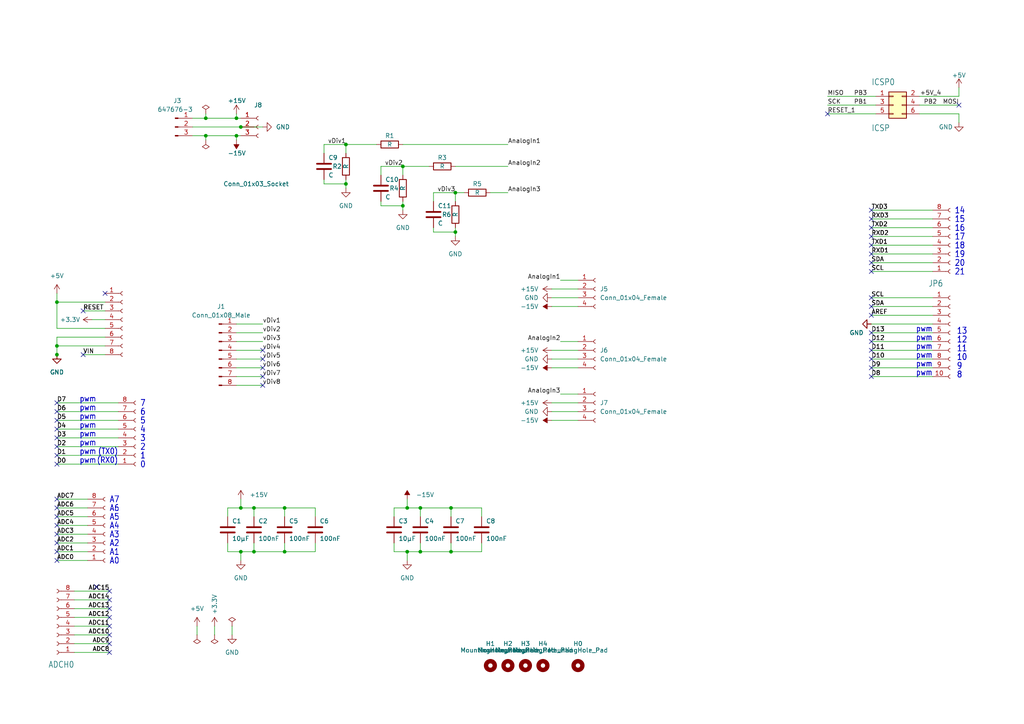
<source format=kicad_sch>
(kicad_sch (version 20230121) (generator eeschema)
  (paper "A4")
  (lib_symbols
    (symbol "Connector:Conn_01x03_Male" (pin_names (offset 1.016) hide)
      (property "Reference" "J" (at 0 5.08 0))
      (property "Value" "Conn_01x03_Male" (at 0 -5.08 0))
      (symbol "Conn_01x03_Male_1_1"
        (pin passive line (at 5.08 2.54 180) (length 3.81) (name "Pin_1") (number "1"))
        (pin passive line (at 5.08 0 180) (length 3.81) (name "Pin_2") (number "2"))
        (pin passive line (at 5.08 -2.54 180) (length 3.81) (name "Pin_3") (number "3"))
      )
    )
    (symbol "Connector:Conn_01x03_Socket" (pin_names (offset 1.016) hide)
      (property "Reference" "J" (at 0 5.08 0))
      (property "Value" "Conn_01x03_Socket" (at 0 -5.08 0))
      (symbol "Conn_01x03_Socket_1_1"
        (pin passive line (at -5.08 2.54 0) (length 3.81) (name "Pin_1") (number "1"))
        (pin passive line (at -5.08 0 0) (length 3.81) (name "Pin_2") (number "2"))
        (pin passive line (at -5.08 -2.54 0) (length 3.81) (name "Pin_3") (number "3"))
      )
    )
    (symbol "Connector:Conn_01x04_Female" (pin_names (offset 1.016) hide)
      (property "Reference" "J" (at 0 5.08 0))
      (property "Value" "Conn_01x04_Female" (at 0 -7.62 0))
      (symbol "Conn_01x04_Female_1_1"
        (pin passive line (at -5.08 2.54 0) (length 3.81) (name "Pin_1") (number "1"))
        (pin passive line (at -5.08 0 0) (length 3.81) (name "Pin_2") (number "2"))
        (pin passive line (at -5.08 -2.54 0) (length 3.81) (name "Pin_3") (number "3"))
        (pin passive line (at -5.08 -5.08 0) (length 3.81) (name "Pin_4") (number "4"))
      )
    )
    (symbol "Connector:Conn_01x08_Female" (pin_names (offset 1.016) hide)
      (property "Reference" "J" (at 0 10.16 0))
      (property "Value" "Conn_01x08_Female" (at 0 -12.7 0))
      (symbol "Conn_01x08_Female_1_1"
        (pin passive line (at -5.08 7.62 0) (length 3.81) (name "Pin_1") (number "1"))
        (pin passive line (at -5.08 5.08 0) (length 3.81) (name "Pin_2") (number "2"))
        (pin passive line (at -5.08 2.54 0) (length 3.81) (name "Pin_3") (number "3"))
        (pin passive line (at -5.08 0 0) (length 3.81) (name "Pin_4") (number "4"))
        (pin passive line (at -5.08 -2.54 0) (length 3.81) (name "Pin_5") (number "5"))
        (pin passive line (at -5.08 -5.08 0) (length 3.81) (name "Pin_6") (number "6"))
        (pin passive line (at -5.08 -7.62 0) (length 3.81) (name "Pin_7") (number "7"))
        (pin passive line (at -5.08 -10.16 0) (length 3.81) (name "Pin_8") (number "8"))
      )
    )
    (symbol "Connector:Conn_01x08_Male" (pin_names (offset 1.016) hide)
      (property "Reference" "J" (at 0 10.16 0))
      (property "Value" "Conn_01x08_Male" (at 0 -12.7 0))
      (symbol "Conn_01x08_Male_1_1"
        (pin passive line (at 5.08 7.62 180) (length 3.81) (name "Pin_1") (number "1"))
        (pin passive line (at 5.08 5.08 180) (length 3.81) (name "Pin_2") (number "2"))
        (pin passive line (at 5.08 2.54 180) (length 3.81) (name "Pin_3") (number "3"))
        (pin passive line (at 5.08 0 180) (length 3.81) (name "Pin_4") (number "4"))
        (pin passive line (at 5.08 -2.54 180) (length 3.81) (name "Pin_5") (number "5"))
        (pin passive line (at 5.08 -5.08 180) (length 3.81) (name "Pin_6") (number "6"))
        (pin passive line (at 5.08 -7.62 180) (length 3.81) (name "Pin_7") (number "7"))
        (pin passive line (at 5.08 -10.16 180) (length 3.81) (name "Pin_8") (number "8"))
      )
    )
    (symbol "Connector:Conn_01x10_Female" (pin_names (offset 1.016) hide)
      (property "Reference" "J" (at 0 12.7 0))
      (property "Value" "Conn_01x10_Female" (at 0 -15.24 0))
      (symbol "Conn_01x10_Female_1_1"
        (pin passive line (at -5.08 10.16 0) (length 3.81) (name "Pin_1") (number "1"))
        (pin passive line (at -5.08 -12.7 0) (length 3.81) (name "Pin_10") (number "10"))
        (pin passive line (at -5.08 7.62 0) (length 3.81) (name "Pin_2") (number "2"))
        (pin passive line (at -5.08 5.08 0) (length 3.81) (name "Pin_3") (number "3"))
        (pin passive line (at -5.08 2.54 0) (length 3.81) (name "Pin_4") (number "4"))
        (pin passive line (at -5.08 0 0) (length 3.81) (name "Pin_5") (number "5"))
        (pin passive line (at -5.08 -2.54 0) (length 3.81) (name "Pin_6") (number "6"))
        (pin passive line (at -5.08 -5.08 0) (length 3.81) (name "Pin_7") (number "7"))
        (pin passive line (at -5.08 -7.62 0) (length 3.81) (name "Pin_8") (number "8"))
        (pin passive line (at -5.08 -10.16 0) (length 3.81) (name "Pin_9") (number "9"))
      )
    )
    (symbol "Connector_Generic:Conn_02x03_Odd_Even" (pin_names (offset 1.016) hide)
      (property "Reference" "J" (at 1.27 5.08 0))
      (property "Value" "Conn_02x03_Odd_Even" (at 1.27 -5.08 0))
      (symbol "Conn_02x03_Odd_Even_1_1"
        (pin passive line (at -5.08 2.54 0) (length 3.81) (name "Pin_1") (number "1"))
        (pin passive line (at 7.62 2.54 180) (length 3.81) (name "Pin_2") (number "2"))
        (pin passive line (at -5.08 0 0) (length 3.81) (name "Pin_3") (number "3"))
        (pin passive line (at 7.62 0 180) (length 3.81) (name "Pin_4") (number "4"))
        (pin passive line (at -5.08 -2.54 0) (length 3.81) (name "Pin_5") (number "5"))
        (pin passive line (at 7.62 -2.54 180) (length 3.81) (name "Pin_6") (number "6"))
      )
    )
    (symbol "Device:C" (pin_numbers hide) (pin_names (offset 0.254))
      (property "Reference" "C" (at 0.635 2.54 0))
      (property "Value" "C" (at 0.635 -2.54 0))
      (symbol "C_1_1"
        (pin passive line (at 0 3.81 270) (length 2.794) (name "~") (number "1"))
        (pin passive line (at 0 -3.81 90) (length 2.794) (name "~") (number "2"))
      )
    )
    (symbol "Device:R" (pin_numbers hide) (pin_names (offset 0))
      (property "Reference" "R" (at 2.032 0 90))
      (property "Value" "R" (at 0 0 90))
      (symbol "R_1_1"
        (pin passive line (at 0 3.81 270) (length 1.27) (name "~") (number "1"))
        (pin passive line (at 0 -3.81 90) (length 1.27) (name "~") (number "2"))
      )
    )
    (symbol "Mechanical:MountingHole" (pin_names (offset 1.016))
      (property "Reference" "H" (at 0 5.08 0))
      (property "Value" "MountingHole" (at 0 3.175 0))
    )
    (symbol "power:+15V" (power) (pin_names (offset 0))
      (property "Value" "+15V" (at 0 3.556 0))
      (symbol "+15V_1_1"
        (pin power_in line (at 0 0 90) (length 0) hide (name "+15V") (number "1"))
      )
    )
    (symbol "power:+3.3V" (power) (pin_names (offset 0))
      (property "Value" "+3.3V" (at 0 3.556 0))
      (symbol "+3.3V_1_1"
        (pin power_in line (at 0 0 90) (length 0) hide (name "+3.3V") (number "1"))
      )
    )
    (symbol "power:+5V" (power) (pin_names (offset 0))
      (property "Value" "+5V" (at 0 3.556 0))
      (symbol "+5V_1_1"
        (pin power_in line (at 0 0 90) (length 0) hide (name "+5V") (number "1"))
      )
    )
    (symbol "power:-15V" (power) (pin_names (offset 0))
      (property "Value" "-15V" (at 0 3.81 0))
      (symbol "-15V_0_0"
        (pin power_in line (at 0 0 90) (length 0) hide (name "-15V") (number "1"))
      )
    )
    (symbol "power:GND" (power) (pin_names (offset 0))
      (property "Value" "GND" (at 0 -3.81 0))
      (symbol "GND_1_1"
        (pin power_in line (at 0 0 270) (length 0) hide (name "GND") (number "1"))
      )
    )
    (symbol "power:PWR_FLAG" (power) (pin_numbers hide) (pin_names (offset 0) hide)
      (property "Value" "PWR_FLAG" (at 0 3.81 0))
      (symbol "PWR_FLAG_0_0"
        (pin power_out line (at 0 0 90) (length 0) (name "pwr") (number "1"))
      )
    )
  )
  (junction (at 73.66 147.32))
  (junction (at 132.08 55.88))
  (junction (at 121.92 160.02))
  (junction (at 121.92 147.32))
  (junction (at 59.69 39.37))
  (junction (at 118.11 147.32))
  (junction (at 16.51 102.87))
  (junction (at 132.08 67.31))
  (junction (at 69.85 160.02))
  (junction (at 100.33 41.91))
  (junction (at 69.85 147.32))
  (junction (at 73.66 160.02))
  (junction (at 116.84 48.26))
  (junction (at 68.58 34.29))
  (junction (at 130.81 160.02))
  (junction (at 116.84 59.69))
  (junction (at 16.51 87.63))
  (junction (at 118.11 160.02))
  (junction (at 59.69 34.29))
  (junction (at 100.33 53.34))
  (junction (at 16.51 100.33))
  (junction (at 69.85 36.83))
  (junction (at 82.55 147.32))
  (junction (at 130.81 147.32))
  (junction (at 82.55 160.02))
  (junction (at 68.58 39.37))
  (no_connect (at 252.73 66.04))
  (no_connect (at 27.94 170.18))
  (no_connect (at 252.73 104.14))
  (no_connect (at 252.73 88.9))
  (no_connect (at 252.73 76.2))
  (no_connect (at 252.73 106.68))
  (no_connect (at 252.73 91.44))
  (no_connect (at 76.2 104.14))
  (no_connect (at 76.2 101.6))
  (no_connect (at 252.73 109.22))
  (no_connect (at 16.51 154.94))
  (no_connect (at 16.51 147.32))
  (no_connect (at 16.51 157.48))
  (no_connect (at 240.03 33.02))
  (no_connect (at 16.51 127))
  (no_connect (at 16.51 160.02))
  (no_connect (at 252.73 71.12))
  (no_connect (at 24.13 102.87))
  (no_connect (at 252.73 101.6))
  (no_connect (at 31.75 181.61))
  (no_connect (at 24.13 90.17))
  (no_connect (at 76.2 106.68))
  (no_connect (at 16.51 144.78))
  (no_connect (at 252.73 78.74))
  (no_connect (at 31.75 184.15))
  (no_connect (at 252.73 60.96))
  (no_connect (at 252.73 73.66))
  (no_connect (at 31.75 171.45))
  (no_connect (at 16.51 121.92))
  (no_connect (at 31.75 186.69))
  (no_connect (at 252.73 68.58))
  (no_connect (at 16.51 149.86))
  (no_connect (at 31.75 173.99))
  (no_connect (at 16.51 152.4))
  (no_connect (at 31.75 176.53))
  (no_connect (at 76.2 109.22))
  (no_connect (at 252.73 96.52))
  (no_connect (at 30.48 85.09))
  (no_connect (at 252.73 99.06))
  (no_connect (at 16.51 116.84))
  (no_connect (at 252.73 86.36))
  (no_connect (at 16.51 124.46))
  (no_connect (at 16.51 119.38))
  (no_connect (at 16.51 134.62))
  (no_connect (at 16.51 132.08))
  (no_connect (at 252.73 63.5))
  (no_connect (at 31.75 179.07))
  (no_connect (at 31.75 189.23))
  (no_connect (at 16.51 162.56))
  (no_connect (at 16.51 129.54))
  (no_connect (at 278.13 30.48))
  (no_connect (at 76.2 111.76))
  (wire (pts (xy 167.64 106.68) (xy 160.02 106.68)))
  (wire (pts (xy 254 33.02) (xy 240.03 33.02)))
  (wire (pts (xy 73.66 147.32) (xy 73.66 149.86)))
  (wire (pts (xy 270.51 71.12) (xy 252.73 71.12)))
  (wire (pts (xy 167.64 116.84) (xy 160.02 116.84)))
  (wire (pts (xy 31.75 181.61) (xy 21.59 181.61)))
  (wire (pts (xy 121.92 160.02) (xy 121.92 157.48)))
  (wire (pts (xy 82.55 147.32) (xy 91.44 147.32)))
  (wire (pts (xy 82.55 160.02) (xy 82.55 157.48)))
  (wire (pts (xy 25.4 162.56) (xy 16.51 162.56)))
  (wire (pts (xy 69.85 144.78) (xy 69.85 147.32)))
  (wire (pts (xy 252.73 88.9) (xy 270.51 88.9)))
  (wire (pts (xy 125.73 66.04) (xy 125.73 67.31)))
  (wire (pts (xy 34.29 127) (xy 16.51 127)))
  (wire (pts (xy 25.4 152.4) (xy 16.51 152.4)))
  (wire (pts (xy 30.48 95.25) (xy 16.51 95.25)))
  (wire (pts (xy 25.4 157.48) (xy 16.51 157.48)))
  (wire (pts (xy 68.58 104.14) (xy 76.2 104.14)))
  (wire (pts (xy 114.3 157.48) (xy 114.3 160.02)))
  (wire (pts (xy 34.29 132.08) (xy 16.51 132.08)))
  (wire (pts (xy 132.08 48.26) (xy 147.32 48.26)))
  (wire (pts (xy 16.51 149.86) (xy 25.4 149.86)))
  (wire (pts (xy 68.58 39.37) (xy 68.58 40.64)))
  (wire (pts (xy 125.73 67.31) (xy 132.08 67.31)))
  (wire (pts (xy 130.81 147.32) (xy 139.7 147.32)))
  (wire (pts (xy 100.33 41.91) (xy 109.22 41.91)))
  (wire (pts (xy 68.58 101.6) (xy 76.2 101.6)))
  (wire (pts (xy 252.73 101.6) (xy 270.51 101.6)))
  (wire (pts (xy 57.15 184.15) (xy 57.15 181.61)))
  (wire (pts (xy 167.64 101.6) (xy 160.02 101.6)))
  (wire (pts (xy 16.51 87.63) (xy 16.51 85.09)))
  (wire (pts (xy 59.69 39.37) (xy 68.58 39.37)))
  (wire (pts (xy 270.51 60.96) (xy 252.73 60.96)))
  (wire (pts (xy 110.49 58.42) (xy 110.49 59.69)))
  (wire (pts (xy 34.29 134.62) (xy 16.51 134.62)))
  (wire (pts (xy 93.98 52.07) (xy 93.98 53.34)))
  (wire (pts (xy 252.73 96.52) (xy 270.51 96.52)))
  (wire (pts (xy 93.98 41.91) (xy 100.33 41.91)))
  (wire (pts (xy 167.64 99.06) (xy 162.56 99.06)))
  (wire (pts (xy 270.51 109.22) (xy 252.73 109.22)))
  (wire (pts (xy 132.08 67.31) (xy 132.08 68.58)))
  (wire (pts (xy 240.03 27.94) (xy 254 27.94)))
  (wire (pts (xy 116.84 58.42) (xy 116.84 59.69)))
  (wire (pts (xy 16.51 147.32) (xy 25.4 147.32)))
  (wire (pts (xy 100.33 54.61) (xy 100.33 53.34)))
  (wire (pts (xy 82.55 160.02) (xy 91.44 160.02)))
  (wire (pts (xy 21.59 179.07) (xy 31.75 179.07)))
  (wire (pts (xy 114.3 149.86) (xy 114.3 147.32)))
  (wire (pts (xy 30.48 100.33) (xy 16.51 100.33)))
  (wire (pts (xy 55.88 36.83) (xy 69.85 36.83)))
  (wire (pts (xy 116.84 50.8) (xy 116.84 48.26)))
  (wire (pts (xy 132.08 55.88) (xy 134.62 55.88)))
  (wire (pts (xy 252.73 99.06) (xy 270.51 99.06)))
  (wire (pts (xy 116.84 41.91) (xy 147.32 41.91)))
  (wire (pts (xy 69.85 160.02) (xy 69.85 162.56)))
  (wire (pts (xy 73.66 160.02) (xy 73.66 157.48)))
  (wire (pts (xy 68.58 106.68) (xy 76.2 106.68)))
  (wire (pts (xy 118.11 160.02) (xy 121.92 160.02)))
  (wire (pts (xy 270.51 73.66) (xy 252.73 73.66)))
  (wire (pts (xy 125.73 55.88) (xy 132.08 55.88)))
  (wire (pts (xy 25.4 144.78) (xy 16.51 144.78)))
  (wire (pts (xy 167.64 104.14) (xy 160.02 104.14)))
  (wire (pts (xy 16.51 87.63) (xy 16.51 95.25)))
  (wire (pts (xy 68.58 109.22) (xy 76.2 109.22)))
  (wire (pts (xy 270.51 78.74) (xy 252.73 78.74)))
  (wire (pts (xy 21.59 184.15) (xy 31.75 184.15)))
  (wire (pts (xy 93.98 44.45) (xy 93.98 41.91)))
  (wire (pts (xy 142.24 55.88) (xy 147.32 55.88)))
  (wire (pts (xy 130.81 160.02) (xy 130.81 157.48)))
  (wire (pts (xy 16.51 97.79) (xy 16.51 100.33)))
  (wire (pts (xy 252.73 63.5) (xy 270.51 63.5)))
  (wire (pts (xy 254 30.48) (xy 240.03 30.48)))
  (wire (pts (xy 270.51 76.2) (xy 252.73 76.2)))
  (wire (pts (xy 69.85 34.29) (xy 68.58 34.29)))
  (wire (pts (xy 68.58 96.52) (xy 76.2 96.52)))
  (wire (pts (xy 114.3 147.32) (xy 118.11 147.32)))
  (wire (pts (xy 132.08 66.04) (xy 132.08 67.31)))
  (wire (pts (xy 167.64 121.92) (xy 160.02 121.92)))
  (wire (pts (xy 62.23 184.15) (xy 62.23 181.61)))
  (wire (pts (xy 34.29 119.38) (xy 16.51 119.38)))
  (wire (pts (xy 66.04 149.86) (xy 66.04 147.32)))
  (wire (pts (xy 68.58 93.98) (xy 76.2 93.98)))
  (wire (pts (xy 100.33 52.07) (xy 100.33 53.34)))
  (wire (pts (xy 139.7 147.32) (xy 139.7 149.86)))
  (wire (pts (xy 16.51 100.33) (xy 16.51 102.87)))
  (wire (pts (xy 125.73 58.42) (xy 125.73 55.88)))
  (wire (pts (xy 110.49 50.8) (xy 110.49 48.26)))
  (wire (pts (xy 167.64 114.3) (xy 162.56 114.3)))
  (wire (pts (xy 278.13 35.56) (xy 278.13 33.02)))
  (wire (pts (xy 66.04 160.02) (xy 69.85 160.02)))
  (wire (pts (xy 66.04 147.32) (xy 69.85 147.32)))
  (wire (pts (xy 110.49 48.26) (xy 116.84 48.26)))
  (wire (pts (xy 93.98 53.34) (xy 100.33 53.34)))
  (wire (pts (xy 55.88 39.37) (xy 59.69 39.37)))
  (wire (pts (xy 59.69 33.02) (xy 59.69 34.29)))
  (wire (pts (xy 118.11 144.78) (xy 118.11 147.32)))
  (wire (pts (xy 82.55 147.32) (xy 82.55 149.86)))
  (wire (pts (xy 270.51 93.98) (xy 252.73 93.98)))
  (wire (pts (xy 118.11 160.02) (xy 118.11 162.56)))
  (wire (pts (xy 100.33 44.45) (xy 100.33 41.91)))
  (wire (pts (xy 278.13 25.4) (xy 278.13 27.94)))
  (wire (pts (xy 68.58 111.76) (xy 76.2 111.76)))
  (wire (pts (xy 114.3 160.02) (xy 118.11 160.02)))
  (wire (pts (xy 69.85 36.83) (xy 76.2 36.83)))
  (wire (pts (xy 167.64 88.9) (xy 160.02 88.9)))
  (wire (pts (xy 252.73 106.68) (xy 270.51 106.68)))
  (wire (pts (xy 30.48 97.79) (xy 16.51 97.79)))
  (wire (pts (xy 31.75 186.69) (xy 21.59 186.69)))
  (wire (pts (xy 21.59 171.45) (xy 31.75 171.45)))
  (wire (pts (xy 130.81 160.02) (xy 139.7 160.02)))
  (wire (pts (xy 121.92 147.32) (xy 121.92 149.86)))
  (wire (pts (xy 16.51 160.02) (xy 25.4 160.02)))
  (wire (pts (xy 68.58 33.02) (xy 68.58 34.29)))
  (wire (pts (xy 139.7 160.02) (xy 139.7 157.48)))
  (wire (pts (xy 121.92 147.32) (xy 130.81 147.32)))
  (wire (pts (xy 55.88 34.29) (xy 59.69 34.29)))
  (wire (pts (xy 31.75 176.53) (xy 21.59 176.53)))
  (wire (pts (xy 59.69 34.29) (xy 68.58 34.29)))
  (wire (pts (xy 167.64 83.82) (xy 160.02 83.82)))
  (wire (pts (xy 73.66 160.02) (xy 82.55 160.02)))
  (wire (pts (xy 34.29 121.92) (xy 16.51 121.92)))
  (wire (pts (xy 59.69 39.37) (xy 59.69 40.64)))
  (wire (pts (xy 34.29 116.84) (xy 16.51 116.84)))
  (wire (pts (xy 270.51 86.36) (xy 252.73 86.36)))
  (wire (pts (xy 130.81 147.32) (xy 130.81 149.86)))
  (wire (pts (xy 252.73 68.58) (xy 270.51 68.58)))
  (wire (pts (xy 24.13 90.17) (xy 30.48 90.17)))
  (wire (pts (xy 167.64 81.28) (xy 162.56 81.28)))
  (wire (pts (xy 73.66 147.32) (xy 82.55 147.32)))
  (wire (pts (xy 110.49 59.69) (xy 116.84 59.69)))
  (wire (pts (xy 167.64 119.38) (xy 160.02 119.38)))
  (wire (pts (xy 132.08 58.42) (xy 132.08 55.88)))
  (wire (pts (xy 67.31 181.61) (xy 67.31 184.15)))
  (wire (pts (xy 21.59 189.23) (xy 31.75 189.23)))
  (wire (pts (xy 69.85 147.32) (xy 73.66 147.32)))
  (wire (pts (xy 30.48 92.71) (xy 26.67 92.71)))
  (wire (pts (xy 266.7 30.48) (xy 278.13 30.48)))
  (wire (pts (xy 91.44 147.32) (xy 91.44 149.86)))
  (wire (pts (xy 69.85 160.02) (xy 73.66 160.02)))
  (wire (pts (xy 91.44 160.02) (xy 91.44 157.48)))
  (wire (pts (xy 16.51 154.94) (xy 25.4 154.94)))
  (wire (pts (xy 16.51 87.63) (xy 30.48 87.63)))
  (wire (pts (xy 252.73 66.04) (xy 270.51 66.04)))
  (wire (pts (xy 31.75 173.99) (xy 21.59 173.99)))
  (wire (pts (xy 116.84 48.26) (xy 124.46 48.26)))
  (wire (pts (xy 66.04 157.48) (xy 66.04 160.02)))
  (wire (pts (xy 116.84 59.69) (xy 116.84 60.96)))
  (wire (pts (xy 118.11 147.32) (xy 121.92 147.32)))
  (wire (pts (xy 34.29 124.46) (xy 16.51 124.46)))
  (wire (pts (xy 68.58 99.06) (xy 76.2 99.06)))
  (wire (pts (xy 69.85 39.37) (xy 68.58 39.37)))
  (wire (pts (xy 266.7 27.94) (xy 278.13 27.94)))
  (wire (pts (xy 167.64 86.36) (xy 160.02 86.36)))
  (wire (pts (xy 252.73 104.14) (xy 270.51 104.14)))
  (wire (pts (xy 24.13 102.87) (xy 30.48 102.87)))
  (wire (pts (xy 266.7 33.02) (xy 278.13 33.02)))
  (wire (pts (xy 270.51 91.44) (xy 252.73 91.44)))
  (wire (pts (xy 121.92 160.02) (xy 130.81 160.02)))
  (wire (pts (xy 16.51 129.54) (xy 34.29 129.54)))
  (text "A2" (at 31.75 158.75 0) (effects (font (size 1.778 1.5113)) (justify left bottom)))
  (text "A2" (at 31.75 158.75 0) (effects (font (size 1.778 1.5113)) (justify left bottom)))
  (text "A2" (at 31.75 158.75 0) (effects (font (size 1.778 1.5113)) (justify left bottom)))
  (text "pwm" (at 270.51 96.52 0) (effects (font (size 1.6764 1.4249)) (justify right bottom)))
  (text "pwm" (at 270.51 96.52 0) (effects (font (size 1.6764 1.4249)) (justify right bottom)))
  (text "pwm" (at 270.51 96.52 0) (effects (font (size 1.6764 1.4249)) (justify right bottom)))
  (text "11" (at 277.495 102.235 0) (effects (font (size 1.778 1.5113)) (justify left bottom)))
  (text "11" (at 277.495 102.235 0) (effects (font (size 1.778 1.5113)) (justify left bottom)))
  (text "11" (at 277.495 102.235 0) (effects (font (size 1.778 1.5113)) (justify left bottom)))
  (text "12" (at 277.495 99.695 0) (effects (font (size 1.778 1.5113)) (justify left bottom)))
  (text "12" (at 277.495 99.695 0) (effects (font (size 1.778 1.5113)) (justify left bottom)))
  (text "12" (at 277.495 99.695 0) (effects (font (size 1.778 1.5113)) (justify left bottom)))
  (text "8" (at 277.495 109.855 0) (effects (font (size 1.778 1.5113)) (justify left bottom)))
  (text "8" (at 277.495 109.855 0) (effects (font (size 1.778 1.5113)) (justify left bottom)))
  (text "8" (at 277.495 109.855 0) (effects (font (size 1.778 1.5113)) (justify left bottom)))
  (text "15" (at 276.86 64.77 0) (effects (font (size 1.778 1.5113)) (justify left bottom)))
  (text "15" (at 276.86 64.77 0) (effects (font (size 1.778 1.5113)) (justify left bottom)))
  (text "15" (at 276.86 64.77 0) (effects (font (size 1.778 1.5113)) (justify left bottom)))
  (text "pwm" (at 27.94 121.92 0) (effects (font (size 1.6764 1.4249)) (justify right bottom)))
  (text "pwm" (at 27.94 121.92 0) (effects (font (size 1.6764 1.4249)) (justify right bottom)))
  (text "pwm" (at 27.94 121.92 0) (effects (font (size 1.6764 1.4249)) (justify right bottom)))
  (text "2" (at 40.64 130.81 0) (effects (font (size 1.778 1.5113)) (justify left bottom)))
  (text "2" (at 40.64 130.81 0) (effects (font (size 1.778 1.5113)) (justify left bottom)))
  (text "2" (at 40.64 130.81 0) (effects (font (size 1.778 1.5113)) (justify left bottom)))
  (text "1" (at 40.64 133.35 0) (effects (font (size 1.778 1.5113)) (justify left bottom)))
  (text "1" (at 40.64 133.35 0) (effects (font (size 1.778 1.5113)) (justify left bottom)))
  (text "1" (at 40.64 133.35 0) (effects (font (size 1.778 1.5113)) (justify left bottom)))
  (text "21" (at 276.86 80.01 0) (effects (font (size 1.778 1.5113)) (justify left bottom)))
  (text "21" (at 276.86 80.01 0) (effects (font (size 1.778 1.5113)) (justify left bottom)))
  (text "21" (at 276.86 80.01 0) (effects (font (size 1.778 1.5113)) (justify left bottom)))
  (text "A7" (at 31.75 146.05 0) (effects (font (size 1.778 1.5113)) (justify left bottom)))
  (text "A7" (at 31.75 146.05 0) (effects (font (size 1.778 1.5113)) (justify left bottom)))
  (text "A7" (at 31.75 146.05 0) (effects (font (size 1.778 1.5113)) (justify left bottom)))
  (text "A3" (at 31.75 156.21 0) (effects (font (size 1.778 1.5113)) (justify left bottom)))
  (text "A3" (at 31.75 156.21 0) (effects (font (size 1.778 1.5113)) (justify left bottom)))
  (text "A3" (at 31.75 156.21 0) (effects (font (size 1.778 1.5113)) (justify left bottom)))
  (text "pwm" (at 27.94 129.54 0) (effects (font (size 1.6764 1.4249)) (justify right bottom)))
  (text "pwm" (at 27.94 129.54 0) (effects (font (size 1.6764 1.4249)) (justify right bottom)))
  (text "pwm" (at 27.94 129.54 0) (effects (font (size 1.6764 1.4249)) (justify right bottom)))
  (text "14" (at 276.86 62.23 0) (effects (font (size 1.778 1.5113)) (justify left bottom)))
  (text "14" (at 276.86 62.23 0) (effects (font (size 1.778 1.5113)) (justify left bottom)))
  (text "14" (at 276.86 62.23 0) (effects (font (size 1.778 1.5113)) (justify left bottom)))
  (text "A1" (at 31.75 161.29 0) (effects (font (size 1.778 1.5113)) (justify left bottom)))
  (text "A1" (at 31.75 161.29 0) (effects (font (size 1.778 1.5113)) (justify left bottom)))
  (text "A1" (at 31.75 161.29 0) (effects (font (size 1.778 1.5113)) (justify left bottom)))
  (text "(TX0)" (at 34.29 132.08 0) (effects (font (size 1.6764 1.4249)) (justify right bottom)))
  (text "(TX0)" (at 34.29 132.08 0) (effects (font (size 1.6764 1.4249)) (justify right bottom)))
  (text "(TX0)" (at 34.29 132.08 0) (effects (font (size 1.6764 1.4249)) (justify right bottom)))
  (text "pwm" (at 27.94 119.38 0) (effects (font (size 1.6764 1.4249)) (justify right bottom)))
  (text "pwm" (at 27.94 119.38 0) (effects (font (size 1.6764 1.4249)) (justify right bottom)))
  (text "pwm" (at 27.94 119.38 0) (effects (font (size 1.6764 1.4249)) (justify right bottom)))
  (text "5" (at 40.64 123.19 0) (effects (font (size 1.778 1.5113)) (justify left bottom)))
  (text "5" (at 40.64 123.19 0) (effects (font (size 1.778 1.5113)) (justify left bottom)))
  (text "5" (at 40.64 123.19 0) (effects (font (size 1.778 1.5113)) (justify left bottom)))
  (text "4" (at 40.64 125.73 0) (effects (font (size 1.778 1.5113)) (justify left bottom)))
  (text "4" (at 40.64 125.73 0) (effects (font (size 1.778 1.5113)) (justify left bottom)))
  (text "4" (at 40.64 125.73 0) (effects (font (size 1.778 1.5113)) (justify left bottom)))
  (text "20" (at 276.86 77.47 0) (effects (font (size 1.778 1.5113)) (justify left bottom)))
  (text "20" (at 276.86 77.47 0) (effects (font (size 1.778 1.5113)) (justify left bottom)))
  (text "20" (at 276.86 77.47 0) (effects (font (size 1.778 1.5113)) (justify left bottom)))
  (text "18" (at 276.86 72.39 0) (effects (font (size 1.778 1.5113)) (justify left bottom)))
  (text "18" (at 276.86 72.39 0) (effects (font (size 1.778 1.5113)) (justify left bottom)))
  (text "18" (at 276.86 72.39 0) (effects (font (size 1.778 1.5113)) (justify left bottom)))
  (text "pwm" (at 27.94 116.84 0) (effects (font (size 1.6764 1.4249)) (justify right bottom)))
  (text "pwm" (at 27.94 116.84 0) (effects (font (size 1.6764 1.4249)) (justify right bottom)))
  (text "pwm" (at 27.94 116.84 0) (effects (font (size 1.6764 1.4249)) (justify right bottom)))
  (text "pwm" (at 27.94 124.46 0) (effects (font (size 1.6764 1.4249)) (justify right bottom)))
  (text "pwm" (at 27.94 124.46 0) (effects (font (size 1.6764 1.4249)) (justify right bottom)))
  (text "pwm" (at 27.94 124.46 0) (effects (font (size 1.6764 1.4249)) (justify right bottom)))
  (text "pwm" (at 27.94 127 0) (effects (font (size 1.6764 1.4249)) (justify right bottom)))
  (text "pwm" (at 27.94 127 0) (effects (font (size 1.6764 1.4249)) (justify right bottom)))
  (text "pwm" (at 27.94 127 0) (effects (font (size 1.6764 1.4249)) (justify right bottom)))
  (text "17" (at 276.86 69.85 0) (effects (font (size 1.778 1.5113)) (justify left bottom)))
  (text "17" (at 276.86 69.85 0) (effects (font (size 1.778 1.5113)) (justify left bottom)))
  (text "17" (at 276.86 69.85 0) (effects (font (size 1.778 1.5113)) (justify left bottom)))
  (text "13" (at 277.495 97.155 0) (effects (font (size 1.778 1.5113)) (justify left bottom)))
  (text "13" (at 277.495 97.155 0) (effects (font (size 1.778 1.5113)) (justify left bottom)))
  (text "13" (at 277.495 97.155 0) (effects (font (size 1.778 1.5113)) (justify left bottom)))
  (text "pwm" (at 270.51 106.68 0) (effects (font (size 1.6764 1.4249)) (justify right bottom)))
  (text "pwm" (at 270.51 106.68 0) (effects (font (size 1.6764 1.4249)) (justify right bottom)))
  (text "pwm" (at 270.51 106.68 0) (effects (font (size 1.6764 1.4249)) (justify right bottom)))
  (text "3" (at 40.64 128.27 0) (effects (font (size 1.778 1.5113)) (justify left bottom)))
  (text "3" (at 40.64 128.27 0) (effects (font (size 1.778 1.5113)) (justify left bottom)))
  (text "3" (at 40.64 128.27 0) (effects (font (size 1.778 1.5113)) (justify left bottom)))
  (text "6" (at 40.64 120.65 0) (effects (font (size 1.778 1.5113)) (justify left bottom)))
  (text "6" (at 40.64 120.65 0) (effects (font (size 1.778 1.5113)) (justify left bottom)))
  (text "6" (at 40.64 120.65 0) (effects (font (size 1.778 1.5113)) (justify left bottom)))
  (text "19" (at 276.86 74.93 0) (effects (font (size 1.778 1.5113)) (justify left bottom)))
  (text "19" (at 276.86 74.93 0) (effects (font (size 1.778 1.5113)) (justify left bottom)))
  (text "19" (at 276.86 74.93 0) (effects (font (size 1.778 1.5113)) (justify left bottom)))
  (text "0" (at 40.64 135.89 0) (effects (font (size 1.778 1.5113)) (justify left bottom)))
  (text "0" (at 40.64 135.89 0) (effects (font (size 1.778 1.5113)) (justify left bottom)))
  (text "0" (at 40.64 135.89 0) (effects (font (size 1.778 1.5113)) (justify left bottom)))
  (text "pwm" (at 270.51 101.6 0) (effects (font (size 1.6764 1.4249)) (justify right bottom)))
  (text "pwm" (at 270.51 101.6 0) (effects (font (size 1.6764 1.4249)) (justify right bottom)))
  (text "pwm" (at 270.51 101.6 0) (effects (font (size 1.6764 1.4249)) (justify right bottom)))
  (text "7" (at 40.64 118.11 0) (effects (font (size 1.778 1.5113)) (justify left bottom)))
  (text "7" (at 40.64 118.11 0) (effects (font (size 1.778 1.5113)) (justify left bottom)))
  (text "7" (at 40.64 118.11 0) (effects (font (size 1.778 1.5113)) (justify left bottom)))
  (text "A5" (at 31.75 151.13 0) (effects (font (size 1.778 1.5113)) (justify left bottom)))
  (text "A5" (at 31.75 151.13 0) (effects (font (size 1.778 1.5113)) (justify left bottom)))
  (text "A5" (at 31.75 151.13 0) (effects (font (size 1.778 1.5113)) (justify left bottom)))
  (text "pwm" (at 270.51 109.22 0) (effects (font (size 1.6764 1.4249)) (justify right bottom)))
  (text "pwm" (at 270.51 109.22 0) (effects (font (size 1.6764 1.4249)) (justify right bottom)))
  (text "pwm" (at 270.51 109.22 0) (effects (font (size 1.6764 1.4249)) (justify right bottom)))
  (text "9" (at 277.495 107.315 0) (effects (font (size 1.778 1.5113)) (justify left bottom)))
  (text "9" (at 277.495 107.315 0) (effects (font (size 1.778 1.5113)) (justify left bottom)))
  (text "9" (at 277.495 107.315 0) (effects (font (size 1.778 1.5113)) (justify left bottom)))
  (text "16" (at 276.86 67.31 0) (effects (font (size 1.778 1.5113)) (justify left bottom)))
  (text "16" (at 276.86 67.31 0) (effects (font (size 1.778 1.5113)) (justify left bottom)))
  (text "16" (at 276.86 67.31 0) (effects (font (size 1.778 1.5113)) (justify left bottom)))
  (text "A4" (at 31.75 153.67 0) (effects (font (size 1.778 1.5113)) (justify left bottom)))
  (text "A4" (at 31.75 153.67 0) (effects (font (size 1.778 1.5113)) (justify left bottom)))
  (text "A4" (at 31.75 153.67 0) (effects (font (size 1.778 1.5113)) (justify left bottom)))
  (text "A0" (at 31.75 163.83 0) (effects (font (size 1.778 1.5113)) (justify left bottom)))
  (text "A0" (at 31.75 163.83 0) (effects (font (size 1.778 1.5113)) (justify left bottom)))
  (text "A0" (at 31.75 163.83 0) (effects (font (size 1.778 1.5113)) (justify left bottom)))
  (text "10" (at 277.495 104.775 0) (effects (font (size 1.778 1.5113)) (justify left bottom)))
  (text "10" (at 277.495 104.775 0) (effects (font (size 1.778 1.5113)) (justify left bottom)))
  (text "10" (at 277.495 104.775 0) (effects (font (size 1.778 1.5113)) (justify left bottom)))
  (text "pwm" (at 27.94 134.62 0) (effects (font (size 1.6764 1.4249)) (justify right bottom)))
  (text "pwm" (at 27.94 134.62 0) (effects (font (size 1.6764 1.4249)) (justify right bottom)))
  (text "pwm" (at 27.94 134.62 0) (effects (font (size 1.6764 1.4249)) (justify right bottom)))
  (text "(RX0)" (at 34.29 134.62 0) (effects (font (size 1.6764 1.4249)) (justify right bottom)))
  (text "(RX0)" (at 34.29 134.62 0) (effects (font (size 1.6764 1.4249)) (justify right bottom)))
  (text "(RX0)" (at 34.29 134.62 0) (effects (font (size 1.6764 1.4249)) (justify right bottom)))
  (text "pwm" (at 270.51 104.14 0) (effects (font (size 1.6764 1.4249)) (justify right bottom)))
  (text "pwm" (at 270.51 104.14 0) (effects (font (size 1.6764 1.4249)) (justify right bottom)))
  (text "pwm" (at 270.51 104.14 0) (effects (font (size 1.6764 1.4249)) (justify right bottom)))
  (text "A6" (at 31.75 148.59 0) (effects (font (size 1.778 1.5113)) (justify left bottom)))
  (text "A6" (at 31.75 148.59 0) (effects (font (size 1.778 1.5113)) (justify left bottom)))
  (text "A6" (at 31.75 148.59 0) (effects (font (size 1.778 1.5113)) (justify left bottom)))
  (text "pwm" (at 27.94 132.08 0) (effects (font (size 1.6764 1.4249)) (justify right bottom)))
  (text "pwm" (at 27.94 132.08 0) (effects (font (size 1.6764 1.4249)) (justify right bottom)))
  (text "pwm" (at 27.94 132.08 0) (effects (font (size 1.6764 1.4249)) (justify right bottom)))
  (text "pwm" (at 270.51 99.06 0) (effects (font (size 1.6764 1.4249)) (justify right bottom)))
  (text "pwm" (at 270.51 99.06 0) (effects (font (size 1.6764 1.4249)) (justify right bottom)))
  (text "pwm" (at 270.51 99.06 0) (effects (font (size 1.6764 1.4249)) (justify right bottom)))
  (label "AnalogIn3" (at 162.56 114.3 180))
  (label "D13" (at 252.73 96.52 0))
  (label "D13" (at 252.73 96.52 0))
  (label "D13" (at 252.73 96.52 0))
  (label "MOSI" (at 278.13 30.48 180) (effects (font (size 1.2446 1.2446))))
  (label "vDiv5" (at 76.2 104.14 0))
  (label "vDiv4" (at 76.2 101.6 0))
  (label "MISO" (at 240.03 27.94 0) (effects (font (size 1.2446 1.2446))))
  (label "SDA" (at 252.73 88.9 0) (effects (font (size 1.2446 1.2446))))
  (label "SDA" (at 252.73 88.9 0) (effects (font (size 1.2446 1.2446))))
  (label "SDA" (at 252.73 88.9 0) (effects (font (size 1.2446 1.2446))))
  (label "ADC11" (at 31.75 181.61 180) (effects (font (size 1.2446 1.2446))))
  (label "ADC11" (at 31.75 181.61 180) (effects (font (size 1.2446 1.2446))))
  (label "ADC11" (at 31.75 181.61 180) (effects (font (size 1.2446 1.2446))))
  (label "ADC10" (at 31.75 184.15 180) (effects (font (size 1.2446 1.2446))))
  (label "ADC10" (at 31.75 184.15 180) (effects (font (size 1.2446 1.2446))))
  (label "ADC10" (at 31.75 184.15 180) (effects (font (size 1.2446 1.2446))))
  (label "SCL" (at 252.73 78.74 0) (effects (font (size 1.2446 1.2446))))
  (label "SCL" (at 252.73 78.74 0) (effects (font (size 1.2446 1.2446))))
  (label "SCL" (at 252.73 78.74 0) (effects (font (size 1.2446 1.2446))))
  (label "vDiv6" (at 76.2 106.68 0))
  (label "TXD2" (at 252.73 66.04 0) (effects (font (size 1.2446 1.2446))))
  (label "TXD2" (at 252.73 66.04 0) (effects (font (size 1.2446 1.2446))))
  (label "TXD2" (at 252.73 66.04 0) (effects (font (size 1.2446 1.2446))))
  (label "ADC9" (at 31.75 186.69 180) (effects (font (size 1.2446 1.2446))))
  (label "ADC9" (at 31.75 186.69 180) (effects (font (size 1.2446 1.2446))))
  (label "ADC9" (at 31.75 186.69 180) (effects (font (size 1.2446 1.2446))))
  (label "RESET" (at 24.13 90.17 0))
  (label "RESET" (at 24.13 90.17 0))
  (label "RESET" (at 24.13 90.17 0))
  (label "D4" (at 16.51 124.46 0))
  (label "D4" (at 16.51 124.46 0))
  (label "D4" (at 16.51 124.46 0))
  (label "ADC3" (at 16.51 154.94 0) (effects (font (size 1.2446 1.2446))))
  (label "ADC3" (at 16.51 154.94 0) (effects (font (size 1.2446 1.2446))))
  (label "ADC3" (at 16.51 154.94 0) (effects (font (size 1.2446 1.2446))))
  (label "ADC13" (at 31.75 176.53 180) (effects (font (size 1.2446 1.2446))))
  (label "ADC13" (at 31.75 176.53 180) (effects (font (size 1.2446 1.2446))))
  (label "ADC13" (at 31.75 176.53 180) (effects (font (size 1.2446 1.2446))))
  (label "ADC12" (at 31.75 179.07 180) (effects (font (size 1.2446 1.2446))))
  (label "ADC12" (at 31.75 179.07 180) (effects (font (size 1.2446 1.2446))))
  (label "ADC12" (at 31.75 179.07 180) (effects (font (size 1.2446 1.2446))))
  (label "ADC6" (at 16.51 147.32 0) (effects (font (size 1.2446 1.2446))))
  (label "ADC6" (at 16.51 147.32 0) (effects (font (size 1.2446 1.2446))))
  (label "ADC6" (at 16.51 147.32 0) (effects (font (size 1.2446 1.2446))))
  (label "+5V_4" (at 273.05 27.94 180))
  (label "D7" (at 16.51 116.84 0))
  (label "D7" (at 16.51 116.84 0))
  (label "D7" (at 16.51 116.84 0))
  (label "SCK" (at 240.03 30.48 0) (effects (font (size 1.2446 1.2446))))
  (label "PB1" (at 247.65 30.48 0) (effects (font (size 1.2446 1.2446))))
  (label "D6" (at 16.51 119.38 0))
  (label "D6" (at 16.51 119.38 0))
  (label "D6" (at 16.51 119.38 0))
  (label "SCL" (at 252.73 86.36 0) (effects (font (size 1.2446 1.2446))))
  (label "SCL" (at 252.73 86.36 0) (effects (font (size 1.2446 1.2446))))
  (label "SCL" (at 252.73 86.36 0) (effects (font (size 1.2446 1.2446))))
  (label "vDiv2" (at 116.84 48.26 180))
  (label "AnalogIn2" (at 147.32 48.26 0))
  (label "RXD2" (at 252.73 68.58 0) (effects (font (size 1.2446 1.2446))))
  (label "RXD2" (at 252.73 68.58 0) (effects (font (size 1.2446 1.2446))))
  (label "RXD2" (at 252.73 68.58 0) (effects (font (size 1.2446 1.2446))))
  (label "RXD3" (at 252.73 63.5 0) (effects (font (size 1.2446 1.2446))))
  (label "RXD3" (at 252.73 63.5 0) (effects (font (size 1.2446 1.2446))))
  (label "RXD3" (at 252.73 63.5 0) (effects (font (size 1.2446 1.2446))))
  (label "D11" (at 252.73 101.6 0))
  (label "D11" (at 252.73 101.6 0))
  (label "D11" (at 252.73 101.6 0))
  (label "AREF" (at 252.73 91.44 0) (effects (font (size 1.2446 1.2446))))
  (label "AREF" (at 252.73 91.44 0) (effects (font (size 1.2446 1.2446))))
  (label "AREF" (at 252.73 91.44 0) (effects (font (size 1.2446 1.2446))))
  (label "AnalogIn1" (at 147.32 41.91 0))
  (label "vDiv2" (at 76.2 96.52 0))
  (label "AnalogIn3" (at 147.32 55.88 0))
  (label "PB3" (at 247.65 27.94 0) (effects (font (size 1.2446 1.2446))))
  (label "D12" (at 252.73 99.06 0))
  (label "D12" (at 252.73 99.06 0))
  (label "D12" (at 252.73 99.06 0))
  (label "D5" (at 16.51 121.92 0))
  (label "D5" (at 16.51 121.92 0))
  (label "D5" (at 16.51 121.92 0))
  (label "D10" (at 252.73 104.14 0))
  (label "D10" (at 252.73 104.14 0))
  (label "D10" (at 252.73 104.14 0))
  (label "ADC5" (at 16.51 149.86 0) (effects (font (size 1.2446 1.2446))))
  (label "ADC5" (at 16.51 149.86 0) (effects (font (size 1.2446 1.2446))))
  (label "ADC5" (at 16.51 149.86 0) (effects (font (size 1.2446 1.2446))))
  (label "vDiv1" (at 100.33 41.91 180))
  (label "vDiv3" (at 76.2 99.06 0))
  (label "D9" (at 252.73 106.68 0))
  (label "D9" (at 252.73 106.68 0))
  (label "D9" (at 252.73 106.68 0))
  (label "TXD3" (at 252.73 60.96 0) (effects (font (size 1.2446 1.2446))))
  (label "TXD3" (at 252.73 60.96 0) (effects (font (size 1.2446 1.2446))))
  (label "TXD3" (at 252.73 60.96 0) (effects (font (size 1.2446 1.2446))))
  (label "PB2" (at 271.78 30.48 180) (effects (font (size 1.2446 1.2446))))
  (label "D2" (at 16.51 129.54 0))
  (label "D2" (at 16.51 129.54 0))
  (label "D2" (at 16.51 129.54 0))
  (label "ADC14" (at 31.75 173.99 180) (effects (font (size 1.2446 1.2446))))
  (label "ADC14" (at 31.75 173.99 180) (effects (font (size 1.2446 1.2446))))
  (label "ADC14" (at 31.75 173.99 180) (effects (font (size 1.2446 1.2446))))
  (label "ADC2" (at 16.51 157.48 0) (effects (font (size 1.2446 1.2446))))
  (label "ADC2" (at 16.51 157.48 0) (effects (font (size 1.2446 1.2446))))
  (label "ADC2" (at 16.51 157.48 0) (effects (font (size 1.2446 1.2446))))
  (label "D8" (at 252.73 109.22 0))
  (label "D8" (at 252.73 109.22 0))
  (label "D8" (at 252.73 109.22 0))
  (label "vDiv7" (at 76.2 109.22 0))
  (label "VIN" (at 24.13 102.87 0) (effects (font (size 1.2446 1.2446))))
  (label "VIN" (at 24.13 102.87 0) (effects (font (size 1.2446 1.2446))))
  (label "VIN" (at 24.13 102.87 0) (effects (font (size 1.2446 1.2446))))
  (label "RESET_1" (at 240.03 33.02 0))
  (label "ADC8" (at 31.75 189.23 180) (effects (font (size 1.2446 1.2446))))
  (label "ADC8" (at 31.75 189.23 180) (effects (font (size 1.2446 1.2446))))
  (label "ADC8" (at 31.75 189.23 180) (effects (font (size 1.2446 1.2446))))
  (label "ADC0" (at 16.51 162.56 0) (effects (font (size 1.2446 1.2446))))
  (label "ADC0" (at 16.51 162.56 0) (effects (font (size 1.2446 1.2446))))
  (label "ADC0" (at 16.51 162.56 0) (effects (font (size 1.2446 1.2446))))
  (label "vDiv8" (at 76.2 111.76 0))
  (label "vDiv3" (at 132.08 55.88 180))
  (label "RXD1" (at 252.73 73.66 0) (effects (font (size 1.2446 1.2446))))
  (label "RXD1" (at 252.73 73.66 0) (effects (font (size 1.2446 1.2446))))
  (label "RXD1" (at 252.73 73.66 0) (effects (font (size 1.2446 1.2446))))
  (label "ADC1" (at 16.51 160.02 0) (effects (font (size 1.2446 1.2446))))
  (label "ADC1" (at 16.51 160.02 0) (effects (font (size 1.2446 1.2446))))
  (label "ADC1" (at 16.51 160.02 0) (effects (font (size 1.2446 1.2446))))
  (label "AnalogIn2" (at 162.56 99.06 180))
  (label "ADC15" (at 31.75 171.45 180) (effects (font (size 1.2446 1.2446))))
  (label "ADC15" (at 31.75 171.45 180) (effects (font (size 1.2446 1.2446))))
  (label "ADC15" (at 31.75 171.45 180) (effects (font (size 1.2446 1.2446))))
  (label "D1" (at 16.51 132.08 0))
  (label "D1" (at 16.51 132.08 0))
  (label "D1" (at 16.51 132.08 0))
  (label "AnalogIn1" (at 162.56 81.28 180))
  (label "ADC7" (at 16.51 144.78 0) (effects (font (size 1.2446 1.2446))))
  (label "ADC7" (at 16.51 144.78 0) (effects (font (size 1.2446 1.2446))))
  (label "ADC7" (at 16.51 144.78 0) (effects (font (size 1.2446 1.2446))))
  (label "TXD1" (at 252.73 71.12 0) (effects (font (size 1.2446 1.2446))))
  (label "TXD1" (at 252.73 71.12 0) (effects (font (size 1.2446 1.2446))))
  (label "TXD1" (at 252.73 71.12 0) (effects (font (size 1.2446 1.2446))))
  (label "D3" (at 16.51 127 0))
  (label "D3" (at 16.51 127 0))
  (label "D3" (at 16.51 127 0))
  (label "D0" (at 16.51 134.62 0))
  (label "D0" (at 16.51 134.62 0))
  (label "D0" (at 16.51 134.62 0))
  (label "ADC4" (at 16.51 152.4 0) (effects (font (size 1.2446 1.2446))))
  (label "ADC4" (at 16.51 152.4 0) (effects (font (size 1.2446 1.2446))))
  (label "ADC4" (at 16.51 152.4 0) (effects (font (size 1.2446 1.2446))))
  (label "SDA" (at 252.73 76.2 0) (effects (font (size 1.2446 1.2446))))
  (label "SDA" (at 252.73 76.2 0) (effects (font (size 1.2446 1.2446))))
  (label "SDA" (at 252.73 76.2 0) (effects (font (size 1.2446 1.2446))))
  (label "vDiv1" (at 76.2 93.98 0))
  (symbol (lib_id "Connector:Conn_01x04_Female") (at 172.72 83.82 0) (unit 1)
    (property "Reference" "J5" (at 173.99 83.8199 0) (effects (justify left)))
    (property "Value" "Conn_01x04_Female" (at 173.99 86.3599 0) (effects (justify left)))
    (property "Footprint" "LibPersoNadj:TerminalBlock_TE_1-2834016-4_1x04_P2.54mm_Horizontal" (effects hide))
  )
  (symbol (lib_id "Device:C") (at 82.55 153.67 0) (unit 1)
    (property "Reference" "C5" (at 83.82 151.13 0) (effects (justify left)))
    (property "Value" "100nF" (at 83.82 156.21 0) (effects (justify left)))
    (property "Footprint" "Capacitor_SMD:C_0603_1608Metric_Pad1.08x0.95mm_HandSolder" (effects hide))
  )
  (symbol (lib_id "power:GND") (at 69.85 162.56 0) (unit 1)
    (property "Reference" "#PWR03" (effects hide))
    (property "Value" "GND" (at 69.85 167.64 0))
  )
  (symbol (lib_id "power:GND") (at 100.33 54.61 0) (unit 1)
    (property "Reference" "#PWR0111" (effects hide))
    (property "Value" "GND" (at 100.33 59.69 0))
  )
  (symbol (lib_id "power:+15V") (at 160.02 116.84 90) (unit 1)
    (property "Reference" "#PWR0117" (effects hide))
    (property "Value" "+15V" (at 156.21 116.8399 90) (effects (justify left)))
  )
  (symbol (lib_id "Connector:Conn_01x08_Male") (at 63.5 101.6 0) (unit 1)
    (property "Reference" "J1" (at 64.135 88.9 0))
    (property "Value" "Conn_01x08_Male" (at 64.135 91.44 0))
    (property "Footprint" "Connector_PinHeader_2.54mm:PinHeader_1x08_P2.54mm_Vertical" (effects hide))
  )
  (symbol (lib_id "Device:R") (at 100.33 48.26 180) (unit 1)
    (property "Reference" "R2" (at 97.79 48.26 0))
    (property "Value" "R" (at 100.33 48.26 90))
    (property "Footprint" "Resistor_SMD:R_0805_2012Metric_Pad1.20x1.40mm_HandSolder" (effects hide))
  )
  (symbol (lib_id "Device:R") (at 113.03 41.91 90) (unit 1)
    (property "Reference" "R1" (at 113.03 39.37 90))
    (property "Value" "R" (at 113.03 41.91 90))
    (property "Footprint" "Resistor_SMD:R_0805_2012Metric_Pad1.20x1.40mm_HandSolder" (effects hide))
  )
  (symbol (lib_id "power:+15V") (at 160.02 83.82 90) (unit 1)
    (property "Reference" "#PWR0110" (effects hide))
    (property "Value" "+15V" (at 156.21 83.8199 90) (effects (justify left)))
  )
  (symbol (lib_id "Connector:Conn_01x03_Socket") (at 74.93 36.83 0) (unit 1)
    (property "Reference" "J8" (at 73.66 30.48 0) (effects (justify left)))
    (property "Value" "Conn_01x03_Socket" (at 64.77 53.34 0) (effects (justify left)))
    (property "Footprint" "Connector_PinSocket_2.54mm:PinSocket_1x03_P2.54mm_Vertical" (effects hide))
  )
  (symbol (lib_id "Connector:Conn_01x04_Female") (at 172.72 116.84 0) (unit 1)
    (property "Reference" "J7" (at 173.99 116.8399 0) (effects (justify left)))
    (property "Value" "Conn_01x04_Female" (at 173.99 119.3799 0) (effects (justify left)))
    (property "Footprint" "LibPersoNadj:TerminalBlock_TE_1-2834016-4_1x04_P2.54mm_Horizontal" (effects hide))
  )
  (symbol (lib_id "Device:R") (at 128.27 48.26 90) (unit 1)
    (property "Reference" "R3" (at 128.27 45.72 90))
    (property "Value" "R" (at 128.27 48.26 90))
    (property "Footprint" "Resistor_SMD:R_0805_2012Metric_Pad1.20x1.40mm_HandSolder" (effects hide))
  )
  (symbol (lib_id "Connector:Conn_01x08_Female") (at 275.59 71.12 0) (mirror x) (unit 1)
    (property "Reference" "COMMUNICATION0" (effects hide))
    (property "Value" "FH254-108DF08500V" (effects hide))
    (property "Footprint" "DoubleRows:PinHeader_1x08_P2.54mm_Vertical_Double" (effects hide))
  )
  (symbol (lib_id "power:GND") (at 160.02 119.38 270) (unit 1)
    (property "Reference" "#PWR0118" (effects hide))
    (property "Value" "GND" (at 156.21 119.3799 90) (effects (justify right)))
  )
  (symbol (lib_id "Device:C") (at 66.04 153.67 0) (unit 1)
    (property "Reference" "C1" (at 67.31 151.13 0) (effects (justify left)))
    (property "Value" "10µF" (at 67.31 156.21 0) (effects (justify left)))
    (property "Footprint" "Capacitor_SMD:C_1206_3216Metric_Pad1.33x1.80mm_HandSolder" (effects hide))
  )
  (symbol (lib_id "Connector:Conn_01x08_Female") (at 35.56 92.71 0) (unit 1)
    (property "Reference" "POWER0" (effects hide))
    (property "Value" "FH254-108DF08500V" (effects hide))
    (property "Footprint" "DoubleRows:PinHeader_1x08_P2.54mm_Vertical_Double" (effects hide))
  )
  (symbol (lib_id "power:GND") (at 252.73 93.98 270) (unit 1)
    (property "Reference" "#PWR0105" (effects hide))
    (property "Value" "GND" (at 246.38 96.52 90) (effects (justify left)))
  )
  (symbol (lib_id "Connector:Conn_01x08_Female") (at 39.37 127 0) (mirror x) (unit 1)
    (property "Reference" "PWML0" (effects hide))
    (property "Value" "FH254-108DF08500V" (effects hide))
    (property "Footprint" "DoubleRows:PinHeader_1x08_P2.54mm_Vertical_Double" (effects hide))
  )
  (symbol (lib_id "Connector:Conn_01x10_Female") (at 275.59 96.52 0) (unit 1)
    (property "Reference" "JP6" (at 269.24 83.185 0) (effects (font (size 1.778 1.5113)) (justify left bottom)))
    (property "Value" "FH254-110DF08500V" (effects hide))
    (property "Footprint" "DoubleRows:PinHeader_1x10_P2.54mm_Vertical_Double" (effects hide))
  )
  (symbol (lib_id "Device:C") (at 139.7 153.67 0) (unit 1)
    (property "Reference" "C8" (at 140.97 151.13 0) (effects (justify left)))
    (property "Value" "100nF" (at 140.97 156.21 0) (effects (justify left)))
    (property "Footprint" "Capacitor_SMD:C_0603_1608Metric_Pad1.08x0.95mm_HandSolder" (effects hide))
  )
  (symbol (lib_id "Device:C") (at 73.66 153.67 0) (unit 1)
    (property "Reference" "C2" (at 74.93 151.13 0) (effects (justify left)))
    (property "Value" "100nF" (at 74.93 156.21 0) (effects (justify left)))
    (property "Footprint" "Capacitor_SMD:C_0603_1608Metric_Pad1.08x0.95mm_HandSolder" (effects hide))
  )
  (symbol (lib_id "Device:C") (at 110.49 54.61 0) (unit 1)
    (property "Reference" "C10" (at 111.76 52.07 0) (effects (justify left)))
    (property "Value" "C" (at 111.76 57.15 0) (effects (justify left)))
    (property "Footprint" "Capacitor_SMD:C_0603_1608Metric_Pad1.08x0.95mm_HandSolder" (effects hide))
  )
  (symbol (lib_id "Device:C") (at 93.98 48.26 0) (unit 1)
    (property "Reference" "C9" (at 95.25 45.72 0) (effects (justify left)))
    (property "Value" "C" (at 95.25 50.8 0) (effects (justify left)))
    (property "Footprint" "Capacitor_SMD:C_0603_1608Metric_Pad1.08x0.95mm_HandSolder" (effects hide))
  )
  (symbol (lib_id "Mechanical:MountingHole") (at 157.48 193.04 0) (unit 1)
    (property "Reference" "H4" (at 157.48 186.69 0))
    (property "Value" "MountingHole_Pad" (at 157.48 188.595 0))
    (property "Footprint" "MountingHole:MountingHole_3.2mm_M3" (effects hide))
  )
  (symbol (lib_id "Connector:Conn_01x08_Female") (at 30.48 154.94 0) (mirror x) (unit 1)
    (property "Reference" "ADCL0" (effects hide))
    (property "Value" "FH254-108DF08500V" (effects hide))
    (property "Footprint" "DoubleRows:PinHeader_1x08_P2.54mm_Vertical_Double" (effects hide))
  )
  (symbol (lib_id "power:-15V") (at 160.02 106.68 90) (unit 1)
    (property "Reference" "#PWR0120" (effects hide))
    (property "Value" "-15V" (at 156.21 106.6799 90) (effects (justify left)))
  )
  (symbol (lib_id "power:GND") (at 118.11 162.56 0) (unit 1)
    (property "Reference" "#PWR04" (effects hide))
    (property "Value" "GND" (at 118.11 167.64 0))
  )
  (symbol (lib_id "power:PWR_FLAG") (at 57.15 184.15 180) (unit 1)
    (property "Reference" "#FLG0103" (effects hide))
    (property "Value" "PWR_FLAG" (effects hide))
  )
  (symbol (lib_id "power:GND") (at 116.84 60.96 0) (unit 1)
    (property "Reference" "#PWR0113" (effects hide))
    (property "Value" "GND" (at 116.84 66.04 0))
  )
  (symbol (lib_id "power:PWR_FLAG") (at 67.31 181.61 0) (unit 1)
    (property "Reference" "#FLG0105" (effects hide))
    (property "Value" "PWR_FLAG" (effects hide))
  )
  (symbol (lib_id "power:+5V") (at 57.15 181.61 0) (unit 1)
    (property "Reference" "#PWR0125" (effects hide))
    (property "Value" "+5V" (at 57.15 176.53 0))
  )
  (symbol (lib_id "Connector:Conn_01x03_Male") (at 50.8 36.83 0) (unit 1)
    (property "Reference" "J3" (at 51.435 29.21 0))
    (property "Value" "647676-3" (at 50.8 31.75 0))
    (property "Footprint" "LibPersoNadj:647676-3" (effects hide))
  )
  (symbol (lib_id "power:-15V") (at 68.58 40.64 0) (mirror x) (unit 1)
    (property "Reference" "#PWR0107" (effects hide))
    (property "Value" "-15V" (at 66.04 44.45 0) (effects (justify left)))
  )
  (symbol (lib_id "Device:R") (at 138.43 55.88 90) (unit 1)
    (property "Reference" "R5" (at 138.43 53.34 90))
    (property "Value" "R" (at 138.43 55.88 90))
    (property "Footprint" "Resistor_SMD:R_0805_2012Metric_Pad1.20x1.40mm_HandSolder" (effects hide))
  )
  (symbol (lib_id "power:GND") (at 160.02 104.14 270) (unit 1)
    (property "Reference" "#PWR0119" (effects hide))
    (property "Value" "GND" (at 156.21 104.1399 90) (effects (justify right)))
  )
  (symbol (lib_id "power:GND") (at 278.13 35.56 0) (mirror y) (unit 1)
    (property "Reference" "#PWR0127" (effects hide))
    (property "Value" "GND" (at 274.32 36.83 0))
  )
  (symbol (lib_id "power:+5V") (at 16.51 85.09 0) (unit 1)
    (property "Reference" "#PWR0122" (effects hide))
    (property "Value" "+5V" (at 16.51 80.01 0))
  )
  (symbol (lib_id "Device:C") (at 121.92 153.67 0) (unit 1)
    (property "Reference" "C4" (at 123.19 151.13 0) (effects (justify left)))
    (property "Value" "100nF" (at 123.19 156.21 0) (effects (justify left)))
    (property "Footprint" "Capacitor_SMD:C_0603_1608Metric_Pad1.08x0.95mm_HandSolder" (effects hide))
  )
  (symbol (lib_id "power:PWR_FLAG") (at 59.69 40.64 180) (unit 1)
    (property "Reference" "#FLG0101" (effects hide))
    (property "Value" "PWR_FLAG" (effects hide))
  )
  (symbol (lib_id "Mechanical:MountingHole") (at 167.64 193.04 0) (unit 1)
    (property "Reference" "H0" (at 167.64 186.69 0))
    (property "Value" "MountingHole_Pad" (at 167.64 188.595 0))
    (property "Footprint" "MountingHole:MountingHole_3.2mm_M3" (effects hide))
  )
  (symbol (lib_id "power:GND") (at 76.2 36.83 90) (mirror x) (unit 1)
    (property "Reference" "#PWR0109" (effects hide))
    (property "Value" "GND" (at 80.01 36.8299 90) (effects (justify right)))
  )
  (symbol (lib_id "Device:R") (at 132.08 62.23 180) (unit 1)
    (property "Reference" "R6" (at 129.54 62.23 0))
    (property "Value" "R" (at 132.08 62.23 90))
    (property "Footprint" "Resistor_SMD:R_0805_2012Metric_Pad1.20x1.40mm_HandSolder" (effects hide))
  )
  (symbol (lib_id "power:-15V") (at 160.02 88.9 90) (unit 1)
    (property "Reference" "#PWR0114" (effects hide))
    (property "Value" "-15V" (at 156.21 88.8999 90) (effects (justify left)))
  )
  (symbol (lib_id "power:+3.3V") (at 26.67 92.71 90) (unit 1)
    (property "Reference" "#PWR0123" (effects hide))
    (property "Value" "+3.3V" (at 20.32 92.71 90))
  )
  (symbol (lib_id "power:GND") (at 252.73 93.98 270) (unit 1)
    (property "Reference" "#PWR0102" (effects hide))
    (property "Value" "GND" (at 246.38 96.52 90) (effects (justify left)))
  )
  (symbol (lib_id "power:+15V") (at 160.02 101.6 90) (unit 1)
    (property "Reference" "#PWR0121" (effects hide))
    (property "Value" "+15V" (at 156.21 101.5999 90) (effects (justify left)))
  )
  (symbol (lib_id "power:GND") (at 16.51 102.87 0) (unit 1)
    (property "Reference" "#PWR0104" (effects hide))
    (property "Value" "GND" (at 16.51 107.95 0))
  )
  (symbol (lib_id "power:GND") (at 16.51 102.87 0) (unit 1)
    (property "Reference" "#PWR0106" (effects hide))
    (property "Value" "GND" (at 16.51 107.95 0))
  )
  (symbol (lib_id "Device:C") (at 130.81 153.67 0) (unit 1)
    (property "Reference" "C7" (at 132.08 151.13 0) (effects (justify left)))
    (property "Value" "100nF" (at 132.08 156.21 0) (effects (justify left)))
    (property "Footprint" "Capacitor_SMD:C_0603_1608Metric_Pad1.08x0.95mm_HandSolder" (effects hide))
  )
  (symbol (lib_id "Mechanical:MountingHole") (at 152.4 193.04 0) (unit 1)
    (property "Reference" "H3" (at 152.4 186.69 0))
    (property "Value" "MountingHole_Pad" (at 152.4 188.595 0))
    (property "Footprint" "MountingHole:MountingHole_3.2mm_M3" (effects hide))
  )
  (symbol (lib_id "power:+15V") (at 69.85 144.78 0) (mirror y) (unit 1)
    (property "Reference" "#PWR01" (effects hide))
    (property "Value" "+15V" (at 72.39 143.5099 0) (effects (justify right)))
  )
  (symbol (lib_id "power:+15V") (at 68.58 33.02 0) (mirror y) (unit 1)
    (property "Reference" "#PWR0108" (effects hide))
    (property "Value" "+15V" (at 66.04 29.21 0) (effects (justify right)))
  )
  (symbol (lib_id "power:GND") (at 16.51 102.87 0) (unit 1)
    (property "Reference" "#PWR0103" (effects hide))
    (property "Value" "GND" (at 16.51 107.95 0))
  )
  (symbol (lib_id "power:+5V") (at 278.13 25.4 0) (unit 1)
    (property "Reference" "#PWR0128" (effects hide))
    (property "Value" "+5V" (at 278.13 21.844 0))
  )
  (symbol (lib_id "Device:C") (at 125.73 62.23 0) (unit 1)
    (property "Reference" "C11" (at 127 59.69 0) (effects (justify left)))
    (property "Value" "C" (at 127 64.77 0) (effects (justify left)))
    (property "Footprint" "Capacitor_SMD:C_0603_1608Metric_Pad1.08x0.95mm_HandSolder" (effects hide))
  )
  (symbol (lib_id "Device:R") (at 116.84 54.61 180) (unit 1)
    (property "Reference" "R4" (at 114.3 54.61 0))
    (property "Value" "R" (at 116.84 54.61 90))
    (property "Footprint" "Resistor_SMD:R_0805_2012Metric_Pad1.20x1.40mm_HandSolder" (effects hide))
  )
  (symbol (lib_id "Device:C") (at 114.3 153.67 0) (unit 1)
    (property "Reference" "C3" (at 115.57 151.13 0) (effects (justify left)))
    (property "Value" "10µF" (at 115.57 156.21 0) (effects (justify left)))
    (property "Footprint" "Capacitor_SMD:C_1206_3216Metric_Pad1.33x1.80mm_HandSolder" (effects hide))
  )
  (symbol (lib_id "power:GND") (at 67.31 184.15 0) (unit 1)
    (property "Reference" "#PWR0124" (effects hide))
    (property "Value" "GND" (at 67.31 189.23 0))
  )
  (symbol (lib_id "power:GND") (at 132.08 68.58 0) (unit 1)
    (property "Reference" "#PWR0112" (effects hide))
    (property "Value" "GND" (at 132.08 73.66 0))
  )
  (symbol (lib_id "Mechanical:MountingHole") (at 142.24 193.04 0) (unit 1)
    (property "Reference" "H1" (at 142.24 186.69 0))
    (property "Value" "MountingHole_Pad" (at 142.24 188.595 0))
    (property "Footprint" "MountingHole:MountingHole_3.2mm_M3" (effects hide))
  )
  (symbol (lib_id "Connector_Generic:Conn_02x03_Odd_Even") (at 259.08 30.48 0) (unit 1)
    (property "Reference" "ICSP0" (at 252.73 24.765 0) (effects (font (size 1.778 1.5113)) (justify left bottom)))
    (property "Value" "ICSP" (at 252.73 38.1 0) (effects (font (size 1.778 1.5113)) (justify left bottom)))
    (property "Footprint" "Connector_PinSocket_2.54mm:PinSocket_2x03_P2.54mm_Vertical" (effects hide))
  )
  (symbol (lib_id "power:-15V") (at 118.11 144.78 0) (mirror y) (unit 1)
    (property "Reference" "#PWR02" (effects hide))
    (property "Value" "-15V" (at 120.65 143.5099 0) (effects (justify right)))
  )
  (symbol (lib_id "power:GND") (at 160.02 86.36 270) (unit 1)
    (property "Reference" "#PWR0115" (effects hide))
    (property "Value" "GND" (at 156.21 86.3599 90) (effects (justify right)))
  )
  (symbol (lib_id "Connector:Conn_01x04_Female") (at 172.72 101.6 0) (unit 1)
    (property "Reference" "J6" (at 173.99 101.5999 0) (effects (justify left)))
    (property "Value" "Conn_01x04_Female" (at 173.99 104.1399 0) (effects (justify left)))
    (property "Footprint" "LibPersoNadj:TerminalBlock_TE_1-2834016-4_1x04_P2.54mm_Horizontal" (effects hide))
  )
  (symbol (lib_id "power:GND") (at 252.73 93.98 270) (unit 1)
    (property "Reference" "#PWR0101" (effects hide))
    (property "Value" "GND" (at 246.38 96.52 90) (effects (justify left)))
  )
  (symbol (lib_id "power:PWR_FLAG") (at 59.69 33.02 0) (unit 1)
    (property "Reference" "#FLG0102" (effects hide))
    (property "Value" "PWR_FLAG" (effects hide))
  )
  (symbol (lib_id "power:PWR_FLAG") (at 62.23 184.15 180) (unit 1)
    (property "Reference" "#FLG0104" (effects hide))
    (property "Value" "PWR_FLAG" (effects hide))
  )
  (symbol (lib_id "power:+3.3V") (at 62.23 181.61 0) (unit 1)
    (property "Reference" "#PWR0126" (effects hide))
    (property "Value" "+3.3V" (at 62.23 175.26 90))
  )
  (symbol (lib_id "Connector:Conn_01x08_Female") (at 16.51 181.61 180) (unit 1)
    (property "Reference" "ADCH0" (at 21.59 191.77 0) (effects (font (size 1.778 1.5113)) (justify left bottom)))
    (property "Value" "FH254-108DF08500V" (effects hide))
    (property "Footprint" "DoubleRows:PinHeader_1x08_P2.54mm_Vertical_Double" (effects hide))
  )
  (symbol (lib_id "Mechanical:MountingHole") (at 147.32 193.04 0) (unit 1)
    (property "Reference" "H2" (at 147.32 186.69 0))
    (property "Value" "MountingHole_Pad" (at 147.32 188.595 0))
    (property "Footprint" "MountingHole:MountingHole_3.2mm_M3" (effects hide))
  )
  (symbol (lib_id "power:-15V") (at 160.02 121.92 90) (unit 1)
    (property "Reference" "#PWR0116" (effects hide))
    (property "Value" "-15V" (at 156.21 121.9199 90) (effects (justify left)))
  )
  (symbol (lib_id "Device:C") (at 91.44 153.67 0) (unit 1)
    (property "Reference" "C6" (at 92.71 151.13 0) (effects (justify left)))
    (property "Value" "100nF" (at 92.71 156.21 0) (effects (justify left)))
    (property "Footprint" "Capacitor_SMD:C_0603_1608Metric_Pad1.08x0.95mm_HandSolder" (effects hide))
  )
)
</source>
